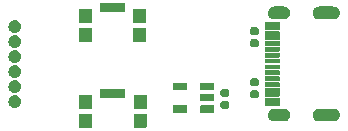
<source format=gbr>
%TF.GenerationSoftware,KiCad,Pcbnew,7.0.5-7.0.5~ubuntu22.04.1*%
%TF.CreationDate,2023-07-07T08:35:14+08:00*%
%TF.ProjectId,usb_programmer,7573625f-7072-46f6-9772-616d6d65722e,rev?*%
%TF.SameCoordinates,PX37a6d38PY343e060*%
%TF.FileFunction,Soldermask,Top*%
%TF.FilePolarity,Negative*%
%FSLAX46Y46*%
G04 Gerber Fmt 4.6, Leading zero omitted, Abs format (unit mm)*
G04 Created by KiCad (PCBNEW 7.0.5-7.0.5~ubuntu22.04.1) date 2023-07-07 08:35:14*
%MOMM*%
%LPD*%
G01*
G04 APERTURE LIST*
G04 APERTURE END LIST*
G36*
X8664517Y-10211382D02*
G01*
X8681062Y-10222438D01*
X8692118Y-10238983D01*
X8696000Y-10258500D01*
X8696000Y-11358500D01*
X8692118Y-11378017D01*
X8681062Y-11394562D01*
X8664517Y-11405618D01*
X8645000Y-11409500D01*
X7645000Y-11409500D01*
X7625483Y-11405618D01*
X7608938Y-11394562D01*
X7597882Y-11378017D01*
X7594000Y-11358500D01*
X7594000Y-10258500D01*
X7597882Y-10238983D01*
X7608938Y-10222438D01*
X7625483Y-10211382D01*
X7645000Y-10207500D01*
X8645000Y-10207500D01*
X8664517Y-10211382D01*
G37*
G36*
X13264517Y-10211382D02*
G01*
X13281062Y-10222438D01*
X13292118Y-10238983D01*
X13296000Y-10258500D01*
X13296000Y-11358500D01*
X13292118Y-11378017D01*
X13281062Y-11394562D01*
X13264517Y-11405618D01*
X13245000Y-11409500D01*
X12245000Y-11409500D01*
X12225483Y-11405618D01*
X12208938Y-11394562D01*
X12197882Y-11378017D01*
X12194000Y-11358500D01*
X12194000Y-10258500D01*
X12197882Y-10238983D01*
X12208938Y-10222438D01*
X12225483Y-10211382D01*
X12245000Y-10207500D01*
X13245000Y-10207500D01*
X13264517Y-10211382D01*
G37*
G36*
X24997588Y-9778788D02*
G01*
X25031479Y-9788283D01*
X25064507Y-9792632D01*
X25101108Y-9807792D01*
X25140847Y-9818927D01*
X25168314Y-9835630D01*
X25196185Y-9847175D01*
X25230129Y-9873221D01*
X25267963Y-9896229D01*
X25287815Y-9917485D01*
X25309259Y-9933940D01*
X25337243Y-9970410D01*
X25369511Y-10004960D01*
X25381481Y-10028061D01*
X25396024Y-10047014D01*
X25414843Y-10092446D01*
X25437957Y-10137055D01*
X25442624Y-10159517D01*
X25450567Y-10178692D01*
X25457410Y-10230670D01*
X25468226Y-10282719D01*
X25466871Y-10302529D01*
X25469171Y-10319999D01*
X25461897Y-10375244D01*
X25458074Y-10431148D01*
X25452456Y-10446953D01*
X25450567Y-10461307D01*
X25427948Y-10515912D01*
X25408252Y-10571334D01*
X25400363Y-10582509D01*
X25396024Y-10592986D01*
X25357871Y-10642706D01*
X25322456Y-10692879D01*
X25314249Y-10699555D01*
X25309259Y-10706059D01*
X25256399Y-10746619D01*
X25207049Y-10786769D01*
X25200197Y-10789744D01*
X25196185Y-10792824D01*
X25129879Y-10820288D01*
X25070590Y-10846042D01*
X25066273Y-10846635D01*
X25064507Y-10847367D01*
X24980013Y-10858491D01*
X24923200Y-10866300D01*
X24920703Y-10866300D01*
X24112897Y-10866300D01*
X24110400Y-10866300D01*
X24036012Y-10861212D01*
X24002116Y-10851714D01*
X23969092Y-10847367D01*
X23932495Y-10832208D01*
X23892753Y-10821073D01*
X23865282Y-10804367D01*
X23837414Y-10792824D01*
X23803471Y-10766779D01*
X23765637Y-10743771D01*
X23745783Y-10722513D01*
X23724340Y-10706059D01*
X23696354Y-10669588D01*
X23664089Y-10635040D01*
X23652119Y-10611939D01*
X23637575Y-10592985D01*
X23618754Y-10547547D01*
X23595643Y-10502945D01*
X23590975Y-10480484D01*
X23583032Y-10461307D01*
X23576187Y-10409318D01*
X23565374Y-10357281D01*
X23566728Y-10337474D01*
X23564428Y-10320000D01*
X23571703Y-10264737D01*
X23575526Y-10208852D01*
X23581141Y-10193051D01*
X23583032Y-10178692D01*
X23605659Y-10124063D01*
X23625348Y-10068666D01*
X23633233Y-10057495D01*
X23637575Y-10047013D01*
X23675748Y-9997265D01*
X23711144Y-9947121D01*
X23719346Y-9940448D01*
X23724340Y-9933940D01*
X23777239Y-9893348D01*
X23826551Y-9853231D01*
X23833397Y-9850257D01*
X23837414Y-9847175D01*
X23903791Y-9819680D01*
X23963010Y-9793958D01*
X23967321Y-9793365D01*
X23969092Y-9792632D01*
X24053667Y-9781497D01*
X24110400Y-9773700D01*
X24923200Y-9773700D01*
X24997588Y-9778788D01*
G37*
G36*
X29200789Y-9778788D02*
G01*
X29234680Y-9788283D01*
X29267708Y-9792632D01*
X29304309Y-9807792D01*
X29344048Y-9818927D01*
X29371515Y-9835630D01*
X29399386Y-9847175D01*
X29433330Y-9873221D01*
X29471164Y-9896229D01*
X29491016Y-9917485D01*
X29512460Y-9933940D01*
X29540444Y-9970410D01*
X29572712Y-10004960D01*
X29584682Y-10028061D01*
X29599225Y-10047014D01*
X29618044Y-10092446D01*
X29641158Y-10137055D01*
X29645825Y-10159517D01*
X29653768Y-10178692D01*
X29660611Y-10230670D01*
X29671427Y-10282719D01*
X29670072Y-10302529D01*
X29672372Y-10319999D01*
X29665098Y-10375244D01*
X29661275Y-10431148D01*
X29655657Y-10446953D01*
X29653768Y-10461307D01*
X29631149Y-10515912D01*
X29611453Y-10571334D01*
X29603564Y-10582509D01*
X29599225Y-10592986D01*
X29561072Y-10642706D01*
X29525657Y-10692879D01*
X29517450Y-10699555D01*
X29512460Y-10706059D01*
X29459600Y-10746619D01*
X29410250Y-10786769D01*
X29403398Y-10789744D01*
X29399386Y-10792824D01*
X29333080Y-10820288D01*
X29273791Y-10846042D01*
X29269474Y-10846635D01*
X29267708Y-10847367D01*
X29183214Y-10858491D01*
X29126401Y-10866300D01*
X29123904Y-10866300D01*
X27909698Y-10866300D01*
X27907201Y-10866300D01*
X27832813Y-10861212D01*
X27798917Y-10851714D01*
X27765893Y-10847367D01*
X27729296Y-10832208D01*
X27689554Y-10821073D01*
X27662083Y-10804367D01*
X27634215Y-10792824D01*
X27600272Y-10766779D01*
X27562438Y-10743771D01*
X27542584Y-10722513D01*
X27521141Y-10706059D01*
X27493155Y-10669588D01*
X27460890Y-10635040D01*
X27448920Y-10611939D01*
X27434376Y-10592985D01*
X27415555Y-10547547D01*
X27392444Y-10502945D01*
X27387776Y-10480484D01*
X27379833Y-10461307D01*
X27372988Y-10409318D01*
X27362175Y-10357281D01*
X27363529Y-10337474D01*
X27361229Y-10320000D01*
X27368504Y-10264737D01*
X27372327Y-10208852D01*
X27377942Y-10193051D01*
X27379833Y-10178692D01*
X27402460Y-10124063D01*
X27422149Y-10068666D01*
X27430034Y-10057495D01*
X27434376Y-10047013D01*
X27472549Y-9997265D01*
X27507945Y-9947121D01*
X27516147Y-9940448D01*
X27521141Y-9933940D01*
X27574040Y-9893348D01*
X27623352Y-9853231D01*
X27630198Y-9850257D01*
X27634215Y-9847175D01*
X27700592Y-9819680D01*
X27759811Y-9793958D01*
X27764122Y-9793365D01*
X27765893Y-9792632D01*
X27850468Y-9781497D01*
X27907201Y-9773700D01*
X29126401Y-9773700D01*
X29200789Y-9778788D01*
G37*
G36*
X16676017Y-9496882D02*
G01*
X16692562Y-9507938D01*
X16703618Y-9524483D01*
X16707500Y-9544000D01*
X16707500Y-10076000D01*
X16703618Y-10095517D01*
X16692562Y-10112062D01*
X16676017Y-10123118D01*
X16656500Y-10127000D01*
X15611500Y-10127000D01*
X15591983Y-10123118D01*
X15575438Y-10112062D01*
X15564382Y-10095517D01*
X15560500Y-10076000D01*
X15560500Y-9544000D01*
X15564382Y-9524483D01*
X15575438Y-9507938D01*
X15591983Y-9496882D01*
X15611500Y-9493000D01*
X16656500Y-9493000D01*
X16676017Y-9496882D01*
G37*
G36*
X18972017Y-9496882D02*
G01*
X18988562Y-9507938D01*
X18999618Y-9524483D01*
X19003500Y-9544000D01*
X19003500Y-10076000D01*
X18999618Y-10095517D01*
X18988562Y-10112062D01*
X18972017Y-10123118D01*
X18952500Y-10127000D01*
X17907500Y-10127000D01*
X17887983Y-10123118D01*
X17871438Y-10112062D01*
X17860382Y-10095517D01*
X17856500Y-10076000D01*
X17856500Y-9544000D01*
X17860382Y-9524483D01*
X17871438Y-9507938D01*
X17887983Y-9496882D01*
X17907500Y-9493000D01*
X18952500Y-9493000D01*
X18972017Y-9496882D01*
G37*
G36*
X8664517Y-8611382D02*
G01*
X8681062Y-8622438D01*
X8692118Y-8638983D01*
X8696000Y-8658500D01*
X8696000Y-9758500D01*
X8692118Y-9778017D01*
X8681062Y-9794562D01*
X8664517Y-9805618D01*
X8645000Y-9809500D01*
X7645000Y-9809500D01*
X7625483Y-9805618D01*
X7608938Y-9794562D01*
X7597882Y-9778017D01*
X7594000Y-9758500D01*
X7594000Y-8658500D01*
X7597882Y-8638983D01*
X7608938Y-8622438D01*
X7625483Y-8611382D01*
X7645000Y-8607500D01*
X8645000Y-8607500D01*
X8664517Y-8611382D01*
G37*
G36*
X13264517Y-8611382D02*
G01*
X13281062Y-8622438D01*
X13292118Y-8638983D01*
X13296000Y-8658500D01*
X13296000Y-9758500D01*
X13292118Y-9778017D01*
X13281062Y-9794562D01*
X13264517Y-9805618D01*
X13245000Y-9809500D01*
X12245000Y-9809500D01*
X12225483Y-9805618D01*
X12208938Y-9794562D01*
X12197882Y-9778017D01*
X12194000Y-9758500D01*
X12194000Y-8658500D01*
X12197882Y-8638983D01*
X12208938Y-8622438D01*
X12225483Y-8611382D01*
X12245000Y-8607500D01*
X13245000Y-8607500D01*
X13264517Y-8611382D01*
G37*
G36*
X20173179Y-9147207D02*
G01*
X20233522Y-9187527D01*
X20273842Y-9247870D01*
X20288000Y-9319049D01*
X20288000Y-9589049D01*
X20273842Y-9660228D01*
X20233522Y-9720571D01*
X20173179Y-9760891D01*
X20102000Y-9775049D01*
X19732000Y-9775049D01*
X19660821Y-9760891D01*
X19600478Y-9720571D01*
X19560158Y-9660228D01*
X19546000Y-9589049D01*
X19546000Y-9319049D01*
X19560158Y-9247870D01*
X19600478Y-9187527D01*
X19660821Y-9147207D01*
X19732000Y-9133049D01*
X20102000Y-9133049D01*
X20173179Y-9147207D01*
G37*
G36*
X2286857Y-8645896D02*
G01*
X2419748Y-8700941D01*
X2533864Y-8788505D01*
X2621428Y-8902621D01*
X2676473Y-9035512D01*
X2695248Y-9178121D01*
X2676473Y-9320730D01*
X2621428Y-9453621D01*
X2533864Y-9567737D01*
X2419748Y-9655301D01*
X2286857Y-9710346D01*
X2144248Y-9729121D01*
X2001639Y-9710346D01*
X1868748Y-9655301D01*
X1754632Y-9567737D01*
X1667068Y-9453621D01*
X1612023Y-9320730D01*
X1593248Y-9178121D01*
X1612023Y-9035512D01*
X1667068Y-8902621D01*
X1754632Y-8788505D01*
X1868748Y-8700941D01*
X2001639Y-8645896D01*
X2144248Y-8627121D01*
X2286857Y-8645896D01*
G37*
G36*
X24532818Y-8848083D02*
G01*
X24549363Y-8859139D01*
X24560419Y-8875684D01*
X24564301Y-8895201D01*
X24564301Y-9504801D01*
X24560419Y-9524318D01*
X24549363Y-9540863D01*
X24532818Y-9551919D01*
X24513301Y-9555801D01*
X23370301Y-9555801D01*
X23350784Y-9551919D01*
X23334239Y-9540863D01*
X23323183Y-9524318D01*
X23319301Y-9504801D01*
X23319301Y-8895201D01*
X23323183Y-8875684D01*
X23334239Y-8859139D01*
X23350784Y-8848083D01*
X23370301Y-8844201D01*
X24513301Y-8844201D01*
X24532818Y-8848083D01*
G37*
G36*
X18972017Y-8546882D02*
G01*
X18988562Y-8557938D01*
X18999618Y-8574483D01*
X19003500Y-8594000D01*
X19003500Y-9126000D01*
X18999618Y-9145517D01*
X18988562Y-9162062D01*
X18972017Y-9173118D01*
X18952500Y-9177000D01*
X17907500Y-9177000D01*
X17887983Y-9173118D01*
X17871438Y-9162062D01*
X17860382Y-9145517D01*
X17856500Y-9126000D01*
X17856500Y-8594000D01*
X17860382Y-8574483D01*
X17871438Y-8557938D01*
X17887983Y-8546882D01*
X17907500Y-8543000D01*
X18952500Y-8543000D01*
X18972017Y-8546882D01*
G37*
G36*
X11464517Y-8087382D02*
G01*
X11481062Y-8098438D01*
X11492118Y-8114983D01*
X11496000Y-8134500D01*
X11496000Y-8834500D01*
X11492118Y-8854017D01*
X11481062Y-8870562D01*
X11464517Y-8881618D01*
X11445000Y-8885500D01*
X9445000Y-8885500D01*
X9425483Y-8881618D01*
X9408938Y-8870562D01*
X9397882Y-8854017D01*
X9394000Y-8834500D01*
X9394000Y-8134500D01*
X9397882Y-8114983D01*
X9408938Y-8098438D01*
X9425483Y-8087382D01*
X9445000Y-8083500D01*
X11445000Y-8083500D01*
X11464517Y-8087382D01*
G37*
G36*
X22681179Y-8253159D02*
G01*
X22741522Y-8293479D01*
X22781842Y-8353822D01*
X22796000Y-8425001D01*
X22796000Y-8695001D01*
X22781842Y-8766180D01*
X22741522Y-8826523D01*
X22681179Y-8866843D01*
X22610000Y-8881001D01*
X22240000Y-8881001D01*
X22168821Y-8866843D01*
X22108478Y-8826523D01*
X22068158Y-8766180D01*
X22054000Y-8695001D01*
X22054000Y-8425001D01*
X22068158Y-8353822D01*
X22108478Y-8293479D01*
X22168821Y-8253159D01*
X22240000Y-8239001D01*
X22610000Y-8239001D01*
X22681179Y-8253159D01*
G37*
G36*
X24532818Y-8048082D02*
G01*
X24549363Y-8059138D01*
X24560419Y-8075683D01*
X24564301Y-8095200D01*
X24564301Y-8704800D01*
X24560419Y-8724317D01*
X24549363Y-8740862D01*
X24532818Y-8751918D01*
X24513301Y-8755800D01*
X23370301Y-8755800D01*
X23350784Y-8751918D01*
X23334239Y-8740862D01*
X23323183Y-8724317D01*
X23319301Y-8704800D01*
X23319301Y-8095200D01*
X23323183Y-8075683D01*
X23334239Y-8059138D01*
X23350784Y-8048082D01*
X23370301Y-8044200D01*
X24513301Y-8044200D01*
X24532818Y-8048082D01*
G37*
G36*
X20173179Y-8127207D02*
G01*
X20233522Y-8167527D01*
X20273842Y-8227870D01*
X20288000Y-8299049D01*
X20288000Y-8569049D01*
X20273842Y-8640228D01*
X20233522Y-8700571D01*
X20173179Y-8740891D01*
X20102000Y-8755049D01*
X19732000Y-8755049D01*
X19660821Y-8740891D01*
X19600478Y-8700571D01*
X19560158Y-8640228D01*
X19546000Y-8569049D01*
X19546000Y-8299049D01*
X19560158Y-8227870D01*
X19600478Y-8167527D01*
X19660821Y-8127207D01*
X19732000Y-8113049D01*
X20102000Y-8113049D01*
X20173179Y-8127207D01*
G37*
G36*
X2286857Y-7375896D02*
G01*
X2419748Y-7430941D01*
X2533864Y-7518505D01*
X2621428Y-7632621D01*
X2676473Y-7765512D01*
X2695248Y-7908121D01*
X2676473Y-8050730D01*
X2621428Y-8183621D01*
X2533864Y-8297737D01*
X2419748Y-8385301D01*
X2286857Y-8440346D01*
X2144248Y-8459121D01*
X2001639Y-8440346D01*
X1868748Y-8385301D01*
X1754632Y-8297737D01*
X1667068Y-8183621D01*
X1612023Y-8050730D01*
X1593248Y-7908121D01*
X1612023Y-7765512D01*
X1667068Y-7632621D01*
X1754632Y-7518505D01*
X1868748Y-7430941D01*
X2001639Y-7375896D01*
X2144248Y-7357121D01*
X2286857Y-7375896D01*
G37*
G36*
X16676017Y-7596882D02*
G01*
X16692562Y-7607938D01*
X16703618Y-7624483D01*
X16707500Y-7644000D01*
X16707500Y-8176000D01*
X16703618Y-8195517D01*
X16692562Y-8212062D01*
X16676017Y-8223118D01*
X16656500Y-8227000D01*
X15611500Y-8227000D01*
X15591983Y-8223118D01*
X15575438Y-8212062D01*
X15564382Y-8195517D01*
X15560500Y-8176000D01*
X15560500Y-7644000D01*
X15564382Y-7624483D01*
X15575438Y-7607938D01*
X15591983Y-7596882D01*
X15611500Y-7593000D01*
X16656500Y-7593000D01*
X16676017Y-7596882D01*
G37*
G36*
X18972017Y-7596882D02*
G01*
X18988562Y-7607938D01*
X18999618Y-7624483D01*
X19003500Y-7644000D01*
X19003500Y-8176000D01*
X18999618Y-8195517D01*
X18988562Y-8212062D01*
X18972017Y-8223118D01*
X18952500Y-8227000D01*
X17907500Y-8227000D01*
X17887983Y-8223118D01*
X17871438Y-8212062D01*
X17860382Y-8195517D01*
X17856500Y-8176000D01*
X17856500Y-7644000D01*
X17860382Y-7624483D01*
X17871438Y-7607938D01*
X17887983Y-7596882D01*
X17907500Y-7593000D01*
X18952500Y-7593000D01*
X18972017Y-7596882D01*
G37*
G36*
X24532818Y-7550423D02*
G01*
X24549363Y-7561479D01*
X24560419Y-7578024D01*
X24564301Y-7597541D01*
X24564301Y-7902341D01*
X24560419Y-7921858D01*
X24549363Y-7938403D01*
X24532818Y-7949459D01*
X24513301Y-7953341D01*
X23370301Y-7953341D01*
X23350784Y-7949459D01*
X23334239Y-7938403D01*
X23323183Y-7921858D01*
X23319301Y-7902341D01*
X23319301Y-7597541D01*
X23323183Y-7578024D01*
X23334239Y-7561479D01*
X23350784Y-7550423D01*
X23370301Y-7546541D01*
X24513301Y-7546541D01*
X24532818Y-7550423D01*
G37*
G36*
X22681179Y-7233159D02*
G01*
X22741522Y-7273479D01*
X22781842Y-7333822D01*
X22796000Y-7405001D01*
X22796000Y-7675001D01*
X22781842Y-7746180D01*
X22741522Y-7806523D01*
X22681179Y-7846843D01*
X22610000Y-7861001D01*
X22240000Y-7861001D01*
X22168821Y-7846843D01*
X22108478Y-7806523D01*
X22068158Y-7746180D01*
X22054000Y-7675001D01*
X22054000Y-7405001D01*
X22068158Y-7333822D01*
X22108478Y-7273479D01*
X22168821Y-7233159D01*
X22240000Y-7219001D01*
X22610000Y-7219001D01*
X22681179Y-7233159D01*
G37*
G36*
X24532818Y-7050482D02*
G01*
X24549363Y-7061538D01*
X24560419Y-7078083D01*
X24564301Y-7097600D01*
X24564301Y-7402400D01*
X24560419Y-7421917D01*
X24549363Y-7438462D01*
X24532818Y-7449518D01*
X24513301Y-7453400D01*
X23370301Y-7453400D01*
X23350784Y-7449518D01*
X23334239Y-7438462D01*
X23323183Y-7421917D01*
X23319301Y-7402400D01*
X23319301Y-7097600D01*
X23323183Y-7078083D01*
X23334239Y-7061538D01*
X23350784Y-7050482D01*
X23370301Y-7046600D01*
X24513301Y-7046600D01*
X24532818Y-7050482D01*
G37*
G36*
X2286857Y-6105896D02*
G01*
X2419748Y-6160941D01*
X2533864Y-6248505D01*
X2621428Y-6362621D01*
X2676473Y-6495512D01*
X2695248Y-6638121D01*
X2676473Y-6780730D01*
X2621428Y-6913621D01*
X2533864Y-7027737D01*
X2419748Y-7115301D01*
X2286857Y-7170346D01*
X2144248Y-7189121D01*
X2001639Y-7170346D01*
X1868748Y-7115301D01*
X1754632Y-7027737D01*
X1667068Y-6913621D01*
X1612023Y-6780730D01*
X1593248Y-6638121D01*
X1612023Y-6495512D01*
X1667068Y-6362621D01*
X1754632Y-6248505D01*
X1868748Y-6160941D01*
X2001639Y-6105896D01*
X2144248Y-6087121D01*
X2286857Y-6105896D01*
G37*
G36*
X24532818Y-6550422D02*
G01*
X24549363Y-6561478D01*
X24560419Y-6578023D01*
X24564301Y-6597540D01*
X24564301Y-6902340D01*
X24560419Y-6921857D01*
X24549363Y-6938402D01*
X24532818Y-6949458D01*
X24513301Y-6953340D01*
X23370301Y-6953340D01*
X23350784Y-6949458D01*
X23334239Y-6938402D01*
X23323183Y-6921857D01*
X23319301Y-6902340D01*
X23319301Y-6597540D01*
X23323183Y-6578023D01*
X23334239Y-6561478D01*
X23350784Y-6550422D01*
X23370301Y-6546540D01*
X24513301Y-6546540D01*
X24532818Y-6550422D01*
G37*
G36*
X24532818Y-6050482D02*
G01*
X24549363Y-6061538D01*
X24560419Y-6078083D01*
X24564301Y-6097600D01*
X24564301Y-6402400D01*
X24560419Y-6421917D01*
X24549363Y-6438462D01*
X24532818Y-6449518D01*
X24513301Y-6453400D01*
X23370301Y-6453400D01*
X23350784Y-6449518D01*
X23334239Y-6438462D01*
X23323183Y-6421917D01*
X23319301Y-6402400D01*
X23319301Y-6097600D01*
X23323183Y-6078083D01*
X23334239Y-6061538D01*
X23350784Y-6050482D01*
X23370301Y-6046600D01*
X24513301Y-6046600D01*
X24532818Y-6050482D01*
G37*
G36*
X24532818Y-5550482D02*
G01*
X24549363Y-5561538D01*
X24560419Y-5578083D01*
X24564301Y-5597600D01*
X24564301Y-5902400D01*
X24560419Y-5921917D01*
X24549363Y-5938462D01*
X24532818Y-5949518D01*
X24513301Y-5953400D01*
X23370301Y-5953400D01*
X23350784Y-5949518D01*
X23334239Y-5938462D01*
X23323183Y-5921917D01*
X23319301Y-5902400D01*
X23319301Y-5597600D01*
X23323183Y-5578083D01*
X23334239Y-5561538D01*
X23350784Y-5550482D01*
X23370301Y-5546600D01*
X24513301Y-5546600D01*
X24532818Y-5550482D01*
G37*
G36*
X2286857Y-4835896D02*
G01*
X2419748Y-4890941D01*
X2533864Y-4978505D01*
X2621428Y-5092621D01*
X2676473Y-5225512D01*
X2695248Y-5368121D01*
X2676473Y-5510730D01*
X2621428Y-5643621D01*
X2533864Y-5757737D01*
X2419748Y-5845301D01*
X2286857Y-5900346D01*
X2144248Y-5919121D01*
X2001639Y-5900346D01*
X1868748Y-5845301D01*
X1754632Y-5757737D01*
X1667068Y-5643621D01*
X1612023Y-5510730D01*
X1593248Y-5368121D01*
X1612023Y-5225512D01*
X1667068Y-5092621D01*
X1754632Y-4978505D01*
X1868748Y-4890941D01*
X2001639Y-4835896D01*
X2144248Y-4817121D01*
X2286857Y-4835896D01*
G37*
G36*
X24532818Y-5050423D02*
G01*
X24549363Y-5061479D01*
X24560419Y-5078024D01*
X24564301Y-5097541D01*
X24564301Y-5402341D01*
X24560419Y-5421858D01*
X24549363Y-5438403D01*
X24532818Y-5449459D01*
X24513301Y-5453341D01*
X23370301Y-5453341D01*
X23350784Y-5449459D01*
X23334239Y-5438403D01*
X23323183Y-5421858D01*
X23319301Y-5402341D01*
X23319301Y-5097541D01*
X23323183Y-5078024D01*
X23334239Y-5061479D01*
X23350784Y-5050423D01*
X23370301Y-5046541D01*
X24513301Y-5046541D01*
X24532818Y-5050423D01*
G37*
G36*
X24532818Y-4550482D02*
G01*
X24549363Y-4561538D01*
X24560419Y-4578083D01*
X24564301Y-4597600D01*
X24564301Y-4902400D01*
X24560419Y-4921917D01*
X24549363Y-4938462D01*
X24532818Y-4949518D01*
X24513301Y-4953400D01*
X23370301Y-4953400D01*
X23350784Y-4949518D01*
X23334239Y-4938462D01*
X23323183Y-4921917D01*
X23319301Y-4902400D01*
X23319301Y-4597600D01*
X23323183Y-4578083D01*
X23334239Y-4561538D01*
X23350784Y-4550482D01*
X23370301Y-4546600D01*
X24513301Y-4546600D01*
X24532818Y-4550482D01*
G37*
G36*
X2286857Y-3565896D02*
G01*
X2419748Y-3620941D01*
X2533864Y-3708505D01*
X2621428Y-3822621D01*
X2676473Y-3955512D01*
X2695248Y-4098121D01*
X2676473Y-4240730D01*
X2621428Y-4373621D01*
X2533864Y-4487737D01*
X2419748Y-4575301D01*
X2286857Y-4630346D01*
X2144248Y-4649121D01*
X2001639Y-4630346D01*
X1868748Y-4575301D01*
X1754632Y-4487737D01*
X1667068Y-4373621D01*
X1612023Y-4240730D01*
X1593248Y-4098121D01*
X1612023Y-3955512D01*
X1667068Y-3822621D01*
X1754632Y-3708505D01*
X1868748Y-3620941D01*
X2001639Y-3565896D01*
X2144248Y-3547121D01*
X2286857Y-3565896D01*
G37*
G36*
X22681179Y-3923158D02*
G01*
X22741522Y-3963478D01*
X22781842Y-4023821D01*
X22796000Y-4095000D01*
X22796000Y-4365000D01*
X22781842Y-4436179D01*
X22741522Y-4496522D01*
X22681179Y-4536842D01*
X22610000Y-4551000D01*
X22240000Y-4551000D01*
X22168821Y-4536842D01*
X22108478Y-4496522D01*
X22068158Y-4436179D01*
X22054000Y-4365000D01*
X22054000Y-4095000D01*
X22068158Y-4023821D01*
X22108478Y-3963478D01*
X22168821Y-3923158D01*
X22240000Y-3909000D01*
X22610000Y-3909000D01*
X22681179Y-3923158D01*
G37*
G36*
X24532818Y-4050422D02*
G01*
X24549363Y-4061478D01*
X24560419Y-4078023D01*
X24564301Y-4097540D01*
X24564301Y-4402340D01*
X24560419Y-4421857D01*
X24549363Y-4438402D01*
X24532818Y-4449458D01*
X24513301Y-4453340D01*
X23370301Y-4453340D01*
X23350784Y-4449458D01*
X23334239Y-4438402D01*
X23323183Y-4421857D01*
X23319301Y-4402340D01*
X23319301Y-4097540D01*
X23323183Y-4078023D01*
X23334239Y-4061478D01*
X23350784Y-4050422D01*
X23370301Y-4046540D01*
X24513301Y-4046540D01*
X24532818Y-4050422D01*
G37*
G36*
X8654517Y-2937882D02*
G01*
X8671062Y-2948938D01*
X8682118Y-2965483D01*
X8686000Y-2985000D01*
X8686000Y-4085000D01*
X8682118Y-4104517D01*
X8671062Y-4121062D01*
X8654517Y-4132118D01*
X8635000Y-4136000D01*
X7635000Y-4136000D01*
X7615483Y-4132118D01*
X7598938Y-4121062D01*
X7587882Y-4104517D01*
X7584000Y-4085000D01*
X7584000Y-2985000D01*
X7587882Y-2965483D01*
X7598938Y-2948938D01*
X7615483Y-2937882D01*
X7635000Y-2934000D01*
X8635000Y-2934000D01*
X8654517Y-2937882D01*
G37*
G36*
X13254517Y-2937882D02*
G01*
X13271062Y-2948938D01*
X13282118Y-2965483D01*
X13286000Y-2985000D01*
X13286000Y-4085000D01*
X13282118Y-4104517D01*
X13271062Y-4121062D01*
X13254517Y-4132118D01*
X13235000Y-4136000D01*
X12235000Y-4136000D01*
X12215483Y-4132118D01*
X12198938Y-4121062D01*
X12187882Y-4104517D01*
X12184000Y-4085000D01*
X12184000Y-2985000D01*
X12187882Y-2965483D01*
X12198938Y-2948938D01*
X12215483Y-2937882D01*
X12235000Y-2934000D01*
X13235000Y-2934000D01*
X13254517Y-2937882D01*
G37*
G36*
X24532818Y-3248082D02*
G01*
X24549363Y-3259138D01*
X24560419Y-3275683D01*
X24564301Y-3295200D01*
X24564301Y-3904800D01*
X24560419Y-3924317D01*
X24549363Y-3940862D01*
X24532818Y-3951918D01*
X24513301Y-3955800D01*
X23370301Y-3955800D01*
X23350784Y-3951918D01*
X23334239Y-3940862D01*
X23323183Y-3924317D01*
X23319301Y-3904800D01*
X23319301Y-3295200D01*
X23323183Y-3275683D01*
X23334239Y-3259138D01*
X23350784Y-3248082D01*
X23370301Y-3244200D01*
X24513301Y-3244200D01*
X24532818Y-3248082D01*
G37*
G36*
X22681179Y-2903158D02*
G01*
X22741522Y-2943478D01*
X22781842Y-3003821D01*
X22796000Y-3075000D01*
X22796000Y-3345000D01*
X22781842Y-3416179D01*
X22741522Y-3476522D01*
X22681179Y-3516842D01*
X22610000Y-3531000D01*
X22240000Y-3531000D01*
X22168821Y-3516842D01*
X22108478Y-3476522D01*
X22068158Y-3416179D01*
X22054000Y-3345000D01*
X22054000Y-3075000D01*
X22068158Y-3003821D01*
X22108478Y-2943478D01*
X22168821Y-2903158D01*
X22240000Y-2889000D01*
X22610000Y-2889000D01*
X22681179Y-2903158D01*
G37*
G36*
X2286857Y-2295896D02*
G01*
X2419748Y-2350941D01*
X2533864Y-2438505D01*
X2621428Y-2552621D01*
X2676473Y-2685512D01*
X2695248Y-2828121D01*
X2676473Y-2970730D01*
X2621428Y-3103621D01*
X2533864Y-3217737D01*
X2419748Y-3305301D01*
X2286857Y-3360346D01*
X2144248Y-3379121D01*
X2001639Y-3360346D01*
X1868748Y-3305301D01*
X1754632Y-3217737D01*
X1667068Y-3103621D01*
X1612023Y-2970730D01*
X1593248Y-2828121D01*
X1612023Y-2685512D01*
X1667068Y-2552621D01*
X1754632Y-2438505D01*
X1868748Y-2350941D01*
X2001639Y-2295896D01*
X2144248Y-2277121D01*
X2286857Y-2295896D01*
G37*
G36*
X24532818Y-2448083D02*
G01*
X24549363Y-2459139D01*
X24560419Y-2475684D01*
X24564301Y-2495201D01*
X24564301Y-3104801D01*
X24560419Y-3124318D01*
X24549363Y-3140863D01*
X24532818Y-3151919D01*
X24513301Y-3155801D01*
X23370301Y-3155801D01*
X23350784Y-3151919D01*
X23334239Y-3140863D01*
X23323183Y-3124318D01*
X23319301Y-3104801D01*
X23319301Y-2495201D01*
X23323183Y-2475684D01*
X23334239Y-2459139D01*
X23350784Y-2448083D01*
X23370301Y-2444201D01*
X24513301Y-2444201D01*
X24532818Y-2448083D01*
G37*
G36*
X8654517Y-1337882D02*
G01*
X8671062Y-1348938D01*
X8682118Y-1365483D01*
X8686000Y-1385000D01*
X8686000Y-2485000D01*
X8682118Y-2504517D01*
X8671062Y-2521062D01*
X8654517Y-2532118D01*
X8635000Y-2536000D01*
X7635000Y-2536000D01*
X7615483Y-2532118D01*
X7598938Y-2521062D01*
X7587882Y-2504517D01*
X7584000Y-2485000D01*
X7584000Y-1385000D01*
X7587882Y-1365483D01*
X7598938Y-1348938D01*
X7615483Y-1337882D01*
X7635000Y-1334000D01*
X8635000Y-1334000D01*
X8654517Y-1337882D01*
G37*
G36*
X13254517Y-1337882D02*
G01*
X13271062Y-1348938D01*
X13282118Y-1365483D01*
X13286000Y-1385000D01*
X13286000Y-2485000D01*
X13282118Y-2504517D01*
X13271062Y-2521062D01*
X13254517Y-2532118D01*
X13235000Y-2536000D01*
X12235000Y-2536000D01*
X12215483Y-2532118D01*
X12198938Y-2521062D01*
X12187882Y-2504517D01*
X12184000Y-2485000D01*
X12184000Y-1385000D01*
X12187882Y-1365483D01*
X12198938Y-1348938D01*
X12215483Y-1337882D01*
X12235000Y-1334000D01*
X13235000Y-1334000D01*
X13254517Y-1337882D01*
G37*
G36*
X24997588Y-1138788D02*
G01*
X25031479Y-1148283D01*
X25064507Y-1152632D01*
X25101108Y-1167792D01*
X25140847Y-1178927D01*
X25168314Y-1195630D01*
X25196185Y-1207175D01*
X25230129Y-1233221D01*
X25267963Y-1256229D01*
X25287815Y-1277485D01*
X25309259Y-1293940D01*
X25337243Y-1330410D01*
X25369511Y-1364960D01*
X25381481Y-1388061D01*
X25396024Y-1407014D01*
X25414843Y-1452446D01*
X25437957Y-1497055D01*
X25442624Y-1519517D01*
X25450567Y-1538692D01*
X25457410Y-1590670D01*
X25468226Y-1642719D01*
X25466871Y-1662529D01*
X25469171Y-1679999D01*
X25461897Y-1735244D01*
X25458074Y-1791148D01*
X25452456Y-1806953D01*
X25450567Y-1821307D01*
X25427948Y-1875912D01*
X25408252Y-1931334D01*
X25400363Y-1942509D01*
X25396024Y-1952986D01*
X25357871Y-2002706D01*
X25322456Y-2052879D01*
X25314249Y-2059555D01*
X25309259Y-2066059D01*
X25256399Y-2106619D01*
X25207049Y-2146769D01*
X25200197Y-2149744D01*
X25196185Y-2152824D01*
X25129879Y-2180288D01*
X25070590Y-2206042D01*
X25066273Y-2206635D01*
X25064507Y-2207367D01*
X24980013Y-2218491D01*
X24923200Y-2226300D01*
X24920703Y-2226300D01*
X24112897Y-2226300D01*
X24110400Y-2226300D01*
X24036012Y-2221212D01*
X24002116Y-2211714D01*
X23969092Y-2207367D01*
X23932495Y-2192208D01*
X23892753Y-2181073D01*
X23865282Y-2164367D01*
X23837414Y-2152824D01*
X23803471Y-2126779D01*
X23765637Y-2103771D01*
X23745783Y-2082513D01*
X23724340Y-2066059D01*
X23696354Y-2029588D01*
X23664089Y-1995040D01*
X23652119Y-1971939D01*
X23637575Y-1952985D01*
X23618754Y-1907547D01*
X23595643Y-1862945D01*
X23590975Y-1840484D01*
X23583032Y-1821307D01*
X23576187Y-1769318D01*
X23565374Y-1717281D01*
X23566728Y-1697474D01*
X23564428Y-1680000D01*
X23571703Y-1624737D01*
X23575526Y-1568852D01*
X23581141Y-1553051D01*
X23583032Y-1538692D01*
X23605659Y-1484063D01*
X23625348Y-1428666D01*
X23633233Y-1417495D01*
X23637575Y-1407013D01*
X23675748Y-1357265D01*
X23711144Y-1307121D01*
X23719346Y-1300448D01*
X23724340Y-1293940D01*
X23777239Y-1253348D01*
X23826551Y-1213231D01*
X23833397Y-1210257D01*
X23837414Y-1207175D01*
X23903791Y-1179680D01*
X23963010Y-1153958D01*
X23967321Y-1153365D01*
X23969092Y-1152632D01*
X24053667Y-1141497D01*
X24110400Y-1133700D01*
X24923200Y-1133700D01*
X24997588Y-1138788D01*
G37*
G36*
X29200789Y-1138788D02*
G01*
X29234680Y-1148283D01*
X29267708Y-1152632D01*
X29304309Y-1167792D01*
X29344048Y-1178927D01*
X29371515Y-1195630D01*
X29399386Y-1207175D01*
X29433330Y-1233221D01*
X29471164Y-1256229D01*
X29491016Y-1277485D01*
X29512460Y-1293940D01*
X29540444Y-1330410D01*
X29572712Y-1364960D01*
X29584682Y-1388061D01*
X29599225Y-1407014D01*
X29618044Y-1452446D01*
X29641158Y-1497055D01*
X29645825Y-1519517D01*
X29653768Y-1538692D01*
X29660611Y-1590670D01*
X29671427Y-1642719D01*
X29670072Y-1662529D01*
X29672372Y-1679999D01*
X29665098Y-1735244D01*
X29661275Y-1791148D01*
X29655657Y-1806953D01*
X29653768Y-1821307D01*
X29631149Y-1875912D01*
X29611453Y-1931334D01*
X29603564Y-1942509D01*
X29599225Y-1952986D01*
X29561072Y-2002706D01*
X29525657Y-2052879D01*
X29517450Y-2059555D01*
X29512460Y-2066059D01*
X29459600Y-2106619D01*
X29410250Y-2146769D01*
X29403398Y-2149744D01*
X29399386Y-2152824D01*
X29333080Y-2180288D01*
X29273791Y-2206042D01*
X29269474Y-2206635D01*
X29267708Y-2207367D01*
X29183214Y-2218491D01*
X29126401Y-2226300D01*
X29123904Y-2226300D01*
X27909698Y-2226300D01*
X27907201Y-2226300D01*
X27832813Y-2221212D01*
X27798917Y-2211714D01*
X27765893Y-2207367D01*
X27729296Y-2192208D01*
X27689554Y-2181073D01*
X27662083Y-2164367D01*
X27634215Y-2152824D01*
X27600272Y-2126779D01*
X27562438Y-2103771D01*
X27542584Y-2082513D01*
X27521141Y-2066059D01*
X27493155Y-2029588D01*
X27460890Y-1995040D01*
X27448920Y-1971939D01*
X27434376Y-1952985D01*
X27415555Y-1907547D01*
X27392444Y-1862945D01*
X27387776Y-1840484D01*
X27379833Y-1821307D01*
X27372988Y-1769318D01*
X27362175Y-1717281D01*
X27363529Y-1697474D01*
X27361229Y-1680000D01*
X27368504Y-1624737D01*
X27372327Y-1568852D01*
X27377942Y-1553051D01*
X27379833Y-1538692D01*
X27402460Y-1484063D01*
X27422149Y-1428666D01*
X27430034Y-1417495D01*
X27434376Y-1407013D01*
X27472549Y-1357265D01*
X27507945Y-1307121D01*
X27516147Y-1300448D01*
X27521141Y-1293940D01*
X27574040Y-1253348D01*
X27623352Y-1213231D01*
X27630198Y-1210257D01*
X27634215Y-1207175D01*
X27700592Y-1179680D01*
X27759811Y-1153958D01*
X27764122Y-1153365D01*
X27765893Y-1152632D01*
X27850468Y-1141497D01*
X27907201Y-1133700D01*
X29126401Y-1133700D01*
X29200789Y-1138788D01*
G37*
G36*
X11454517Y-813882D02*
G01*
X11471062Y-824938D01*
X11482118Y-841483D01*
X11486000Y-861000D01*
X11486000Y-1561000D01*
X11482118Y-1580517D01*
X11471062Y-1597062D01*
X11454517Y-1608118D01*
X11435000Y-1612000D01*
X9435000Y-1612000D01*
X9415483Y-1608118D01*
X9398938Y-1597062D01*
X9387882Y-1580517D01*
X9384000Y-1561000D01*
X9384000Y-861000D01*
X9387882Y-841483D01*
X9398938Y-824938D01*
X9415483Y-813882D01*
X9435000Y-810000D01*
X11435000Y-810000D01*
X11454517Y-813882D01*
G37*
M02*

</source>
